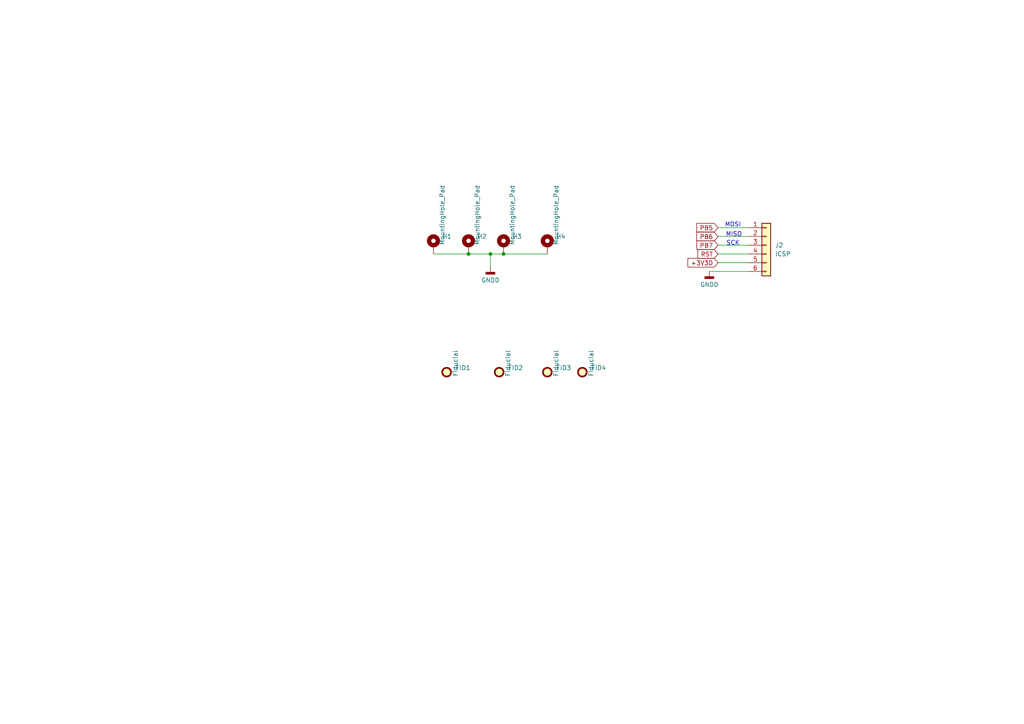
<source format=kicad_sch>
(kicad_sch (version 20250114) (generator "eeschema") (generator_version "9.0")
  (paper "A4")
  (lib_symbols
    (symbol "Connector_Generic:Conn_01x06" (pin_names (offset 1.016) (hide yes))
      (property "Reference" "J" (at 0 7.62 0))
      (property "Value" "Conn_01x06" (at 0 -10.16 0))
      (symbol "Conn_01x06_1_1"
        (rectangle (start -1.27 6.35) (end 1.27 -8.89) (stroke (width 0.254)) (fill (type background)))
        (rectangle (start -1.27 5.207) (end 0 4.953) (stroke (width 0.1524)))
        (rectangle (start -1.27 2.667) (end 0 2.413) (stroke (width 0.1524)))
        (rectangle (start -1.27 0.127) (end 0 -0.127) (stroke (width 0.1524)))
        (rectangle (start -1.27 -2.413) (end 0 -2.667) (stroke (width 0.1524)))
        (rectangle (start -1.27 -4.953) (end 0 -5.207) (stroke (width 0.1524)))
        (rectangle (start -1.27 -7.493) (end 0 -7.747) (stroke (width 0.1524)))
        (pin passive line (at -5.08 5.08 0) (length 3.81) (name "Pin_1") (number "1"))
        (pin passive line (at -5.08 2.54 0) (length 3.81) (name "Pin_2") (number "2"))
        (pin passive line (at -5.08 0 0) (length 3.81) (name "Pin_3") (number "3"))
        (pin passive line (at -5.08 -2.54 0) (length 3.81) (name "Pin_4") (number "4"))
        (pin passive line (at -5.08 -5.08 0) (length 3.81) (name "Pin_5") (number "5"))
        (pin passive line (at -5.08 -7.62 0) (length 3.81) (name "Pin_6") (number "6"))
      )
    )
    (symbol "Mechanical:Fiducial" (in_bom no)
      (property "Reference" "FID" (at 0 5.08 0))
      (property "Value" "Fiducial" (at 0 3.175 0))
      (symbol "Fiducial_0_1"
        (circle (center 0 0) (radius 1.27) (stroke (width 0.508)) (fill (type background)))
      )
    )
    (symbol "Mechanical:MountingHole_Pad" (pin_numbers (hide yes)) (pin_names (offset 1.016) (hide yes)) (in_bom no)
      (property "Reference" "H" (at 0 6.35 0))
      (property "Value" "MountingHole_Pad" (at 0 4.445 0))
      (symbol "MountingHole_Pad_0_1"
        (circle (center 0 1.27) (radius 1.27) (stroke (width 1.27)))
      )
      (symbol "MountingHole_Pad_1_1"
        (pin input line (at 0 -2.54 90) (length 2.54) (name "1") (number "1"))
      )
    )
    (symbol "power:GNDD" (power) (pin_numbers (hide yes)) (pin_names (offset 0) (hide yes))
      (property "Value" "GNDD" (at 0 -3.175 0))
      (symbol "GNDD_0_1"
        (rectangle (start -1.27 -1.524) (end 1.27 -2.032) (stroke (width 0.254)) (fill (type outline)))
        (polyline (pts (xy 0 0) (xy 0 -1.524)))
      )
      (symbol "GNDD_1_1"
        (pin power_in line (at 0 0 270) (length 0) (name "~") (number "1"))
      )
    )
  )
  (text "SCK\n" (at 212.598 70.612 0) (effects (font (size 1.27 1.27))))
  (text "MISO\n" (at 212.852 68.072 0) (effects (font (size 1.27 1.27))))
  (text "MOSI" (at 212.598 65.278 0) (effects (font (size 1.27 1.27))))
  (junction (at 135.89 73.66))
  (junction (at 142.24 73.66))
  (junction (at 146.05 73.66))
  (wire (pts (xy 208.28 71.12) (xy 217.17 71.12)))
  (wire (pts (xy 142.24 73.66) (xy 142.24 77.47)))
  (wire (pts (xy 125.73 73.66) (xy 135.89 73.66)))
  (wire (pts (xy 205.74 78.74) (xy 217.17 78.74)))
  (wire (pts (xy 208.28 66.04) (xy 217.17 66.04)))
  (wire (pts (xy 208.28 73.66) (xy 217.17 73.66)))
  (wire (pts (xy 208.28 76.2) (xy 217.17 76.2)))
  (wire (pts (xy 142.24 73.66) (xy 146.05 73.66)))
  (wire (pts (xy 135.89 73.66) (xy 142.24 73.66)))
  (wire (pts (xy 208.28 68.58) (xy 217.17 68.58)))
  (wire (pts (xy 146.05 73.66) (xy 158.75 73.66)))
  (global_label "PB7" (shape input) (at 208.28 71.12 180) (property "Intersheetrefs" "${INTERSHEET_REFS}" (effects (hide yes))))
  (global_label "PB6" (shape input) (at 208.28 68.58 180) (property "Intersheetrefs" "${INTERSHEET_REFS}" (effects (hide yes))))
  (global_label "RST" (shape input) (at 208.28 73.66 180) (property "Intersheetrefs" "${INTERSHEET_REFS}" (effects (hide yes))))
  (global_label "+3V3D" (shape input) (at 208.28 76.2 180) (property "Intersheetrefs" "${INTERSHEET_REFS}" (effects (hide yes))))
  (global_label "PB5" (shape input) (at 208.28 66.04 180) (property "Intersheetrefs" "${INTERSHEET_REFS}" (effects (hide yes))))
  (symbol (lib_id "Mechanical:Fiducial") (at 129.54 107.95 0) (unit 1) (in_bom no)
    (property "Reference" "FID1" (at 132.08 106.6799 0) (effects (justify left)))
    (property "Value" "Fiducial" (at 132.08 109.2199 90) (effects (justify left)))
    (property "Footprint" "Fiducial:Fiducial_0.75mm_Mask2.25mm" (effects (hide yes)))
    (property "Description" "Fiducial Marker" (effects (hide yes)))
  )
  (symbol (lib_id "Mechanical:MountingHole_Pad") (at 158.75 71.12 0) (unit 1) (in_bom no)
    (property "Reference" "H4" (at 161.29 68.5799 0) (effects (justify left)))
    (property "Value" "MountingHole_Pad" (at 161.29 71.1199 90) (effects (justify left)))
    (property "Footprint" "MountingHole:MountingHole_2.5mm_Pad" (effects (hide yes)))
    (property "Description" "Mounting Hole with connection" (effects (hide yes)))
  )
  (symbol (lib_id "Mechanical:Fiducial") (at 144.78 107.95 0) (unit 1) (in_bom no)
    (property "Reference" "FID2" (at 147.32 106.6799 0) (effects (justify left)))
    (property "Value" "Fiducial" (at 147.32 109.2199 90) (effects (justify left)))
    (property "Footprint" "Fiducial:Fiducial_0.75mm_Mask2.25mm" (effects (hide yes)))
    (property "Description" "Fiducial Marker" (effects (hide yes)))
  )
  (symbol (lib_id "power:GNDD") (at 205.74 78.74 0) (unit 1)
    (property "Reference" "#PWR019" (effects (hide yes)))
    (property "Value" "GNDD" (at 205.74 82.55 0))
    (property "Description" "Power symbol creates a global label with name \"GNDD\" , digital ground" (effects (hide yes)))
  )
  (symbol (lib_id "Mechanical:MountingHole_Pad") (at 125.73 71.12 0) (unit 1) (in_bom no)
    (property "Reference" "H1" (at 128.27 68.5799 0) (effects (justify left)))
    (property "Value" "MountingHole_Pad" (at 128.27 71.1199 90) (effects (justify left)))
    (property "Footprint" "MountingHole:MountingHole_2.5mm_Pad" (effects (hide yes)))
    (property "Description" "Mounting Hole with connection" (effects (hide yes)))
  )
  (symbol (lib_id "Mechanical:Fiducial") (at 158.75 107.95 0) (unit 1) (in_bom no)
    (property "Reference" "FID3" (at 161.29 106.6799 0) (effects (justify left)))
    (property "Value" "Fiducial" (at 161.29 109.2199 90) (effects (justify left)))
    (property "Footprint" "Fiducial:Fiducial_0.75mm_Mask2.25mm" (effects (hide yes)))
    (property "Description" "Fiducial Marker" (effects (hide yes)))
  )
  (symbol (lib_id "power:GNDD") (at 142.24 77.47 0) (unit 1)
    (property "Reference" "#PWR018" (effects (hide yes)))
    (property "Value" "GNDD" (at 142.24 81.28 0))
    (property "Description" "Power symbol creates a global label with name \"GNDD\" , digital ground" (effects (hide yes)))
  )
  (symbol (lib_id "Mechanical:MountingHole_Pad") (at 146.05 71.12 0) (unit 1) (in_bom no)
    (property "Reference" "H3" (at 148.59 68.5799 0) (effects (justify left)))
    (property "Value" "MountingHole_Pad" (at 148.59 71.1199 90) (effects (justify left)))
    (property "Footprint" "MountingHole:MountingHole_2.5mm_Pad" (effects (hide yes)))
    (property "Description" "Mounting Hole with connection" (effects (hide yes)))
  )
  (symbol (lib_id "Mechanical:Fiducial") (at 168.91 107.95 0) (unit 1) (in_bom no)
    (property "Reference" "FID4" (at 171.45 106.6799 0) (effects (justify left)))
    (property "Value" "Fiducial" (at 171.45 109.2199 90) (effects (justify left)))
    (property "Footprint" "Fiducial:Fiducial_0.75mm_Mask2.25mm" (effects (hide yes)))
    (property "Description" "Fiducial Marker" (effects (hide yes)))
  )
  (symbol (lib_id "Mechanical:MountingHole_Pad") (at 135.89 71.12 0) (unit 1) (in_bom no)
    (property "Reference" "H2" (at 138.43 68.5799 0) (effects (justify left)))
    (property "Value" "MountingHole_Pad" (at 138.43 71.1199 90) (effects (justify left)))
    (property "Footprint" "MountingHole:MountingHole_2.5mm_Pad" (effects (hide yes)))
    (property "Description" "Mounting Hole with connection" (effects (hide yes)))
  )
  (symbol (lib_id "Connector_Generic:Conn_01x06") (at 222.25 71.12 0) (unit 1)
    (property "Reference" "J2" (at 224.79 71.1199 0) (effects (justify left)))
    (property "Value" "ICSP" (at 224.79 73.6599 0) (effects (justify left)))
    (property "Footprint" "Connector_PinHeader_2.54mm:PinHeader_2x03_P2.54mm_Vertical" (effects (hide yes)))
    (property "Description" "Generic connector, single row, 01x06, script generated (kicad-library-utils/schlib/autogen/connector/)" (effects (hide yes)))
  )
)
</source>
